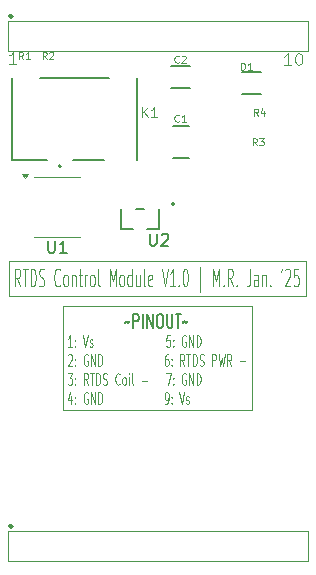
<source format=gbr>
%TF.GenerationSoftware,KiCad,Pcbnew,8.0.8*%
%TF.CreationDate,2025-02-03T20:56:19-05:00*%
%TF.ProjectId,RTDS Control Module,52544453-2043-46f6-9e74-726f6c204d6f,rev?*%
%TF.SameCoordinates,Original*%
%TF.FileFunction,Legend,Top*%
%TF.FilePolarity,Positive*%
%FSLAX46Y46*%
G04 Gerber Fmt 4.6, Leading zero omitted, Abs format (unit mm)*
G04 Created by KiCad (PCBNEW 8.0.8) date 2025-02-03 20:56:19*
%MOMM*%
%LPD*%
G01*
G04 APERTURE LIST*
%ADD10C,0.100000*%
%ADD11C,0.150000*%
%ADD12C,0.152400*%
%ADD13C,0.127000*%
%ADD14C,0.200000*%
%ADD15C,0.076200*%
%ADD16C,0.254000*%
%ADD17C,0.120000*%
G04 APERTURE END LIST*
D10*
X49650000Y-44500000D02*
X74750000Y-44500000D01*
X74750000Y-47400000D01*
X49650000Y-47400000D01*
X49650000Y-44500000D01*
X54150000Y-48300000D02*
X70150000Y-48300000D01*
X70150000Y-57100000D01*
X54150000Y-57100000D01*
X54150000Y-48300000D01*
X73485312Y-27872419D02*
X72913884Y-27872419D01*
X73199598Y-27872419D02*
X73199598Y-26872419D01*
X73199598Y-26872419D02*
X73104360Y-27015276D01*
X73104360Y-27015276D02*
X73009122Y-27110514D01*
X73009122Y-27110514D02*
X72913884Y-27158133D01*
X74104360Y-26872419D02*
X74199598Y-26872419D01*
X74199598Y-26872419D02*
X74294836Y-26920038D01*
X74294836Y-26920038D02*
X74342455Y-26967657D01*
X74342455Y-26967657D02*
X74390074Y-27062895D01*
X74390074Y-27062895D02*
X74437693Y-27253371D01*
X74437693Y-27253371D02*
X74437693Y-27491466D01*
X74437693Y-27491466D02*
X74390074Y-27681942D01*
X74390074Y-27681942D02*
X74342455Y-27777180D01*
X74342455Y-27777180D02*
X74294836Y-27824800D01*
X74294836Y-27824800D02*
X74199598Y-27872419D01*
X74199598Y-27872419D02*
X74104360Y-27872419D01*
X74104360Y-27872419D02*
X74009122Y-27824800D01*
X74009122Y-27824800D02*
X73961503Y-27777180D01*
X73961503Y-27777180D02*
X73913884Y-27681942D01*
X73913884Y-27681942D02*
X73866265Y-27491466D01*
X73866265Y-27491466D02*
X73866265Y-27253371D01*
X73866265Y-27253371D02*
X73913884Y-27062895D01*
X73913884Y-27062895D02*
X73961503Y-26967657D01*
X73961503Y-26967657D02*
X74009122Y-26920038D01*
X74009122Y-26920038D02*
X74104360Y-26872419D01*
X54954359Y-51742587D02*
X54611502Y-51742587D01*
X54782931Y-51742587D02*
X54782931Y-50742587D01*
X54782931Y-50742587D02*
X54725788Y-50885444D01*
X54725788Y-50885444D02*
X54668645Y-50980682D01*
X54668645Y-50980682D02*
X54611502Y-51028301D01*
X55211503Y-51647348D02*
X55240074Y-51694968D01*
X55240074Y-51694968D02*
X55211503Y-51742587D01*
X55211503Y-51742587D02*
X55182931Y-51694968D01*
X55182931Y-51694968D02*
X55211503Y-51647348D01*
X55211503Y-51647348D02*
X55211503Y-51742587D01*
X55211503Y-51123539D02*
X55240074Y-51171158D01*
X55240074Y-51171158D02*
X55211503Y-51218777D01*
X55211503Y-51218777D02*
X55182931Y-51171158D01*
X55182931Y-51171158D02*
X55211503Y-51123539D01*
X55211503Y-51123539D02*
X55211503Y-51218777D01*
X55868645Y-50742587D02*
X56068645Y-51742587D01*
X56068645Y-51742587D02*
X56268645Y-50742587D01*
X56440074Y-51694968D02*
X56497217Y-51742587D01*
X56497217Y-51742587D02*
X56611503Y-51742587D01*
X56611503Y-51742587D02*
X56668646Y-51694968D01*
X56668646Y-51694968D02*
X56697217Y-51599729D01*
X56697217Y-51599729D02*
X56697217Y-51552110D01*
X56697217Y-51552110D02*
X56668646Y-51456872D01*
X56668646Y-51456872D02*
X56611503Y-51409253D01*
X56611503Y-51409253D02*
X56525789Y-51409253D01*
X56525789Y-51409253D02*
X56468646Y-51361634D01*
X56468646Y-51361634D02*
X56440074Y-51266396D01*
X56440074Y-51266396D02*
X56440074Y-51218777D01*
X56440074Y-51218777D02*
X56468646Y-51123539D01*
X56468646Y-51123539D02*
X56525789Y-51075920D01*
X56525789Y-51075920D02*
X56611503Y-51075920D01*
X56611503Y-51075920D02*
X56668646Y-51123539D01*
X63240074Y-50742587D02*
X62954360Y-50742587D01*
X62954360Y-50742587D02*
X62925788Y-51218777D01*
X62925788Y-51218777D02*
X62954360Y-51171158D01*
X62954360Y-51171158D02*
X63011503Y-51123539D01*
X63011503Y-51123539D02*
X63154360Y-51123539D01*
X63154360Y-51123539D02*
X63211503Y-51171158D01*
X63211503Y-51171158D02*
X63240074Y-51218777D01*
X63240074Y-51218777D02*
X63268645Y-51314015D01*
X63268645Y-51314015D02*
X63268645Y-51552110D01*
X63268645Y-51552110D02*
X63240074Y-51647348D01*
X63240074Y-51647348D02*
X63211503Y-51694968D01*
X63211503Y-51694968D02*
X63154360Y-51742587D01*
X63154360Y-51742587D02*
X63011503Y-51742587D01*
X63011503Y-51742587D02*
X62954360Y-51694968D01*
X62954360Y-51694968D02*
X62925788Y-51647348D01*
X63525789Y-51647348D02*
X63554360Y-51694968D01*
X63554360Y-51694968D02*
X63525789Y-51742587D01*
X63525789Y-51742587D02*
X63497217Y-51694968D01*
X63497217Y-51694968D02*
X63525789Y-51647348D01*
X63525789Y-51647348D02*
X63525789Y-51742587D01*
X63525789Y-51123539D02*
X63554360Y-51171158D01*
X63554360Y-51171158D02*
X63525789Y-51218777D01*
X63525789Y-51218777D02*
X63497217Y-51171158D01*
X63497217Y-51171158D02*
X63525789Y-51123539D01*
X63525789Y-51123539D02*
X63525789Y-51218777D01*
X64582931Y-50790206D02*
X64525789Y-50742587D01*
X64525789Y-50742587D02*
X64440074Y-50742587D01*
X64440074Y-50742587D02*
X64354360Y-50790206D01*
X64354360Y-50790206D02*
X64297217Y-50885444D01*
X64297217Y-50885444D02*
X64268646Y-50980682D01*
X64268646Y-50980682D02*
X64240074Y-51171158D01*
X64240074Y-51171158D02*
X64240074Y-51314015D01*
X64240074Y-51314015D02*
X64268646Y-51504491D01*
X64268646Y-51504491D02*
X64297217Y-51599729D01*
X64297217Y-51599729D02*
X64354360Y-51694968D01*
X64354360Y-51694968D02*
X64440074Y-51742587D01*
X64440074Y-51742587D02*
X64497217Y-51742587D01*
X64497217Y-51742587D02*
X64582931Y-51694968D01*
X64582931Y-51694968D02*
X64611503Y-51647348D01*
X64611503Y-51647348D02*
X64611503Y-51314015D01*
X64611503Y-51314015D02*
X64497217Y-51314015D01*
X64868646Y-51742587D02*
X64868646Y-50742587D01*
X64868646Y-50742587D02*
X65211503Y-51742587D01*
X65211503Y-51742587D02*
X65211503Y-50742587D01*
X65497217Y-51742587D02*
X65497217Y-50742587D01*
X65497217Y-50742587D02*
X65640074Y-50742587D01*
X65640074Y-50742587D02*
X65725788Y-50790206D01*
X65725788Y-50790206D02*
X65782931Y-50885444D01*
X65782931Y-50885444D02*
X65811502Y-50980682D01*
X65811502Y-50980682D02*
X65840074Y-51171158D01*
X65840074Y-51171158D02*
X65840074Y-51314015D01*
X65840074Y-51314015D02*
X65811502Y-51504491D01*
X65811502Y-51504491D02*
X65782931Y-51599729D01*
X65782931Y-51599729D02*
X65725788Y-51694968D01*
X65725788Y-51694968D02*
X65640074Y-51742587D01*
X65640074Y-51742587D02*
X65497217Y-51742587D01*
X54611502Y-52447769D02*
X54640074Y-52400150D01*
X54640074Y-52400150D02*
X54697217Y-52352531D01*
X54697217Y-52352531D02*
X54840074Y-52352531D01*
X54840074Y-52352531D02*
X54897217Y-52400150D01*
X54897217Y-52400150D02*
X54925788Y-52447769D01*
X54925788Y-52447769D02*
X54954359Y-52543007D01*
X54954359Y-52543007D02*
X54954359Y-52638245D01*
X54954359Y-52638245D02*
X54925788Y-52781102D01*
X54925788Y-52781102D02*
X54582931Y-53352531D01*
X54582931Y-53352531D02*
X54954359Y-53352531D01*
X55211503Y-53257292D02*
X55240074Y-53304912D01*
X55240074Y-53304912D02*
X55211503Y-53352531D01*
X55211503Y-53352531D02*
X55182931Y-53304912D01*
X55182931Y-53304912D02*
X55211503Y-53257292D01*
X55211503Y-53257292D02*
X55211503Y-53352531D01*
X55211503Y-52733483D02*
X55240074Y-52781102D01*
X55240074Y-52781102D02*
X55211503Y-52828721D01*
X55211503Y-52828721D02*
X55182931Y-52781102D01*
X55182931Y-52781102D02*
X55211503Y-52733483D01*
X55211503Y-52733483D02*
X55211503Y-52828721D01*
X56268645Y-52400150D02*
X56211503Y-52352531D01*
X56211503Y-52352531D02*
X56125788Y-52352531D01*
X56125788Y-52352531D02*
X56040074Y-52400150D01*
X56040074Y-52400150D02*
X55982931Y-52495388D01*
X55982931Y-52495388D02*
X55954360Y-52590626D01*
X55954360Y-52590626D02*
X55925788Y-52781102D01*
X55925788Y-52781102D02*
X55925788Y-52923959D01*
X55925788Y-52923959D02*
X55954360Y-53114435D01*
X55954360Y-53114435D02*
X55982931Y-53209673D01*
X55982931Y-53209673D02*
X56040074Y-53304912D01*
X56040074Y-53304912D02*
X56125788Y-53352531D01*
X56125788Y-53352531D02*
X56182931Y-53352531D01*
X56182931Y-53352531D02*
X56268645Y-53304912D01*
X56268645Y-53304912D02*
X56297217Y-53257292D01*
X56297217Y-53257292D02*
X56297217Y-52923959D01*
X56297217Y-52923959D02*
X56182931Y-52923959D01*
X56554360Y-53352531D02*
X56554360Y-52352531D01*
X56554360Y-52352531D02*
X56897217Y-53352531D01*
X56897217Y-53352531D02*
X56897217Y-52352531D01*
X57182931Y-53352531D02*
X57182931Y-52352531D01*
X57182931Y-52352531D02*
X57325788Y-52352531D01*
X57325788Y-52352531D02*
X57411502Y-52400150D01*
X57411502Y-52400150D02*
X57468645Y-52495388D01*
X57468645Y-52495388D02*
X57497216Y-52590626D01*
X57497216Y-52590626D02*
X57525788Y-52781102D01*
X57525788Y-52781102D02*
X57525788Y-52923959D01*
X57525788Y-52923959D02*
X57497216Y-53114435D01*
X57497216Y-53114435D02*
X57468645Y-53209673D01*
X57468645Y-53209673D02*
X57411502Y-53304912D01*
X57411502Y-53304912D02*
X57325788Y-53352531D01*
X57325788Y-53352531D02*
X57182931Y-53352531D01*
X63068647Y-52352531D02*
X62954361Y-52352531D01*
X62954361Y-52352531D02*
X62897218Y-52400150D01*
X62897218Y-52400150D02*
X62868647Y-52447769D01*
X62868647Y-52447769D02*
X62811504Y-52590626D01*
X62811504Y-52590626D02*
X62782932Y-52781102D01*
X62782932Y-52781102D02*
X62782932Y-53162054D01*
X62782932Y-53162054D02*
X62811504Y-53257292D01*
X62811504Y-53257292D02*
X62840075Y-53304912D01*
X62840075Y-53304912D02*
X62897218Y-53352531D01*
X62897218Y-53352531D02*
X63011504Y-53352531D01*
X63011504Y-53352531D02*
X63068647Y-53304912D01*
X63068647Y-53304912D02*
X63097218Y-53257292D01*
X63097218Y-53257292D02*
X63125789Y-53162054D01*
X63125789Y-53162054D02*
X63125789Y-52923959D01*
X63125789Y-52923959D02*
X63097218Y-52828721D01*
X63097218Y-52828721D02*
X63068647Y-52781102D01*
X63068647Y-52781102D02*
X63011504Y-52733483D01*
X63011504Y-52733483D02*
X62897218Y-52733483D01*
X62897218Y-52733483D02*
X62840075Y-52781102D01*
X62840075Y-52781102D02*
X62811504Y-52828721D01*
X62811504Y-52828721D02*
X62782932Y-52923959D01*
X63382933Y-53257292D02*
X63411504Y-53304912D01*
X63411504Y-53304912D02*
X63382933Y-53352531D01*
X63382933Y-53352531D02*
X63354361Y-53304912D01*
X63354361Y-53304912D02*
X63382933Y-53257292D01*
X63382933Y-53257292D02*
X63382933Y-53352531D01*
X63382933Y-52733483D02*
X63411504Y-52781102D01*
X63411504Y-52781102D02*
X63382933Y-52828721D01*
X63382933Y-52828721D02*
X63354361Y-52781102D01*
X63354361Y-52781102D02*
X63382933Y-52733483D01*
X63382933Y-52733483D02*
X63382933Y-52828721D01*
X64468647Y-53352531D02*
X64268647Y-52876340D01*
X64125790Y-53352531D02*
X64125790Y-52352531D01*
X64125790Y-52352531D02*
X64354361Y-52352531D01*
X64354361Y-52352531D02*
X64411504Y-52400150D01*
X64411504Y-52400150D02*
X64440075Y-52447769D01*
X64440075Y-52447769D02*
X64468647Y-52543007D01*
X64468647Y-52543007D02*
X64468647Y-52685864D01*
X64468647Y-52685864D02*
X64440075Y-52781102D01*
X64440075Y-52781102D02*
X64411504Y-52828721D01*
X64411504Y-52828721D02*
X64354361Y-52876340D01*
X64354361Y-52876340D02*
X64125790Y-52876340D01*
X64640075Y-52352531D02*
X64982933Y-52352531D01*
X64811504Y-53352531D02*
X64811504Y-52352531D01*
X65182933Y-53352531D02*
X65182933Y-52352531D01*
X65182933Y-52352531D02*
X65325790Y-52352531D01*
X65325790Y-52352531D02*
X65411504Y-52400150D01*
X65411504Y-52400150D02*
X65468647Y-52495388D01*
X65468647Y-52495388D02*
X65497218Y-52590626D01*
X65497218Y-52590626D02*
X65525790Y-52781102D01*
X65525790Y-52781102D02*
X65525790Y-52923959D01*
X65525790Y-52923959D02*
X65497218Y-53114435D01*
X65497218Y-53114435D02*
X65468647Y-53209673D01*
X65468647Y-53209673D02*
X65411504Y-53304912D01*
X65411504Y-53304912D02*
X65325790Y-53352531D01*
X65325790Y-53352531D02*
X65182933Y-53352531D01*
X65754361Y-53304912D02*
X65840076Y-53352531D01*
X65840076Y-53352531D02*
X65982933Y-53352531D01*
X65982933Y-53352531D02*
X66040076Y-53304912D01*
X66040076Y-53304912D02*
X66068647Y-53257292D01*
X66068647Y-53257292D02*
X66097218Y-53162054D01*
X66097218Y-53162054D02*
X66097218Y-53066816D01*
X66097218Y-53066816D02*
X66068647Y-52971578D01*
X66068647Y-52971578D02*
X66040076Y-52923959D01*
X66040076Y-52923959D02*
X65982933Y-52876340D01*
X65982933Y-52876340D02*
X65868647Y-52828721D01*
X65868647Y-52828721D02*
X65811504Y-52781102D01*
X65811504Y-52781102D02*
X65782933Y-52733483D01*
X65782933Y-52733483D02*
X65754361Y-52638245D01*
X65754361Y-52638245D02*
X65754361Y-52543007D01*
X65754361Y-52543007D02*
X65782933Y-52447769D01*
X65782933Y-52447769D02*
X65811504Y-52400150D01*
X65811504Y-52400150D02*
X65868647Y-52352531D01*
X65868647Y-52352531D02*
X66011504Y-52352531D01*
X66011504Y-52352531D02*
X66097218Y-52400150D01*
X66811505Y-53352531D02*
X66811505Y-52352531D01*
X66811505Y-52352531D02*
X67040076Y-52352531D01*
X67040076Y-52352531D02*
X67097219Y-52400150D01*
X67097219Y-52400150D02*
X67125790Y-52447769D01*
X67125790Y-52447769D02*
X67154362Y-52543007D01*
X67154362Y-52543007D02*
X67154362Y-52685864D01*
X67154362Y-52685864D02*
X67125790Y-52781102D01*
X67125790Y-52781102D02*
X67097219Y-52828721D01*
X67097219Y-52828721D02*
X67040076Y-52876340D01*
X67040076Y-52876340D02*
X66811505Y-52876340D01*
X67354362Y-52352531D02*
X67497219Y-53352531D01*
X67497219Y-53352531D02*
X67611505Y-52638245D01*
X67611505Y-52638245D02*
X67725790Y-53352531D01*
X67725790Y-53352531D02*
X67868648Y-52352531D01*
X68440076Y-53352531D02*
X68240076Y-52876340D01*
X68097219Y-53352531D02*
X68097219Y-52352531D01*
X68097219Y-52352531D02*
X68325790Y-52352531D01*
X68325790Y-52352531D02*
X68382933Y-52400150D01*
X68382933Y-52400150D02*
X68411504Y-52447769D01*
X68411504Y-52447769D02*
X68440076Y-52543007D01*
X68440076Y-52543007D02*
X68440076Y-52685864D01*
X68440076Y-52685864D02*
X68411504Y-52781102D01*
X68411504Y-52781102D02*
X68382933Y-52828721D01*
X68382933Y-52828721D02*
X68325790Y-52876340D01*
X68325790Y-52876340D02*
X68097219Y-52876340D01*
X69154362Y-52971578D02*
X69611505Y-52971578D01*
X54582931Y-53962475D02*
X54954359Y-53962475D01*
X54954359Y-53962475D02*
X54754359Y-54343427D01*
X54754359Y-54343427D02*
X54840074Y-54343427D01*
X54840074Y-54343427D02*
X54897217Y-54391046D01*
X54897217Y-54391046D02*
X54925788Y-54438665D01*
X54925788Y-54438665D02*
X54954359Y-54533903D01*
X54954359Y-54533903D02*
X54954359Y-54771998D01*
X54954359Y-54771998D02*
X54925788Y-54867236D01*
X54925788Y-54867236D02*
X54897217Y-54914856D01*
X54897217Y-54914856D02*
X54840074Y-54962475D01*
X54840074Y-54962475D02*
X54668645Y-54962475D01*
X54668645Y-54962475D02*
X54611502Y-54914856D01*
X54611502Y-54914856D02*
X54582931Y-54867236D01*
X55211503Y-54867236D02*
X55240074Y-54914856D01*
X55240074Y-54914856D02*
X55211503Y-54962475D01*
X55211503Y-54962475D02*
X55182931Y-54914856D01*
X55182931Y-54914856D02*
X55211503Y-54867236D01*
X55211503Y-54867236D02*
X55211503Y-54962475D01*
X55211503Y-54343427D02*
X55240074Y-54391046D01*
X55240074Y-54391046D02*
X55211503Y-54438665D01*
X55211503Y-54438665D02*
X55182931Y-54391046D01*
X55182931Y-54391046D02*
X55211503Y-54343427D01*
X55211503Y-54343427D02*
X55211503Y-54438665D01*
X56297217Y-54962475D02*
X56097217Y-54486284D01*
X55954360Y-54962475D02*
X55954360Y-53962475D01*
X55954360Y-53962475D02*
X56182931Y-53962475D01*
X56182931Y-53962475D02*
X56240074Y-54010094D01*
X56240074Y-54010094D02*
X56268645Y-54057713D01*
X56268645Y-54057713D02*
X56297217Y-54152951D01*
X56297217Y-54152951D02*
X56297217Y-54295808D01*
X56297217Y-54295808D02*
X56268645Y-54391046D01*
X56268645Y-54391046D02*
X56240074Y-54438665D01*
X56240074Y-54438665D02*
X56182931Y-54486284D01*
X56182931Y-54486284D02*
X55954360Y-54486284D01*
X56468645Y-53962475D02*
X56811503Y-53962475D01*
X56640074Y-54962475D02*
X56640074Y-53962475D01*
X57011503Y-54962475D02*
X57011503Y-53962475D01*
X57011503Y-53962475D02*
X57154360Y-53962475D01*
X57154360Y-53962475D02*
X57240074Y-54010094D01*
X57240074Y-54010094D02*
X57297217Y-54105332D01*
X57297217Y-54105332D02*
X57325788Y-54200570D01*
X57325788Y-54200570D02*
X57354360Y-54391046D01*
X57354360Y-54391046D02*
X57354360Y-54533903D01*
X57354360Y-54533903D02*
X57325788Y-54724379D01*
X57325788Y-54724379D02*
X57297217Y-54819617D01*
X57297217Y-54819617D02*
X57240074Y-54914856D01*
X57240074Y-54914856D02*
X57154360Y-54962475D01*
X57154360Y-54962475D02*
X57011503Y-54962475D01*
X57582931Y-54914856D02*
X57668646Y-54962475D01*
X57668646Y-54962475D02*
X57811503Y-54962475D01*
X57811503Y-54962475D02*
X57868646Y-54914856D01*
X57868646Y-54914856D02*
X57897217Y-54867236D01*
X57897217Y-54867236D02*
X57925788Y-54771998D01*
X57925788Y-54771998D02*
X57925788Y-54676760D01*
X57925788Y-54676760D02*
X57897217Y-54581522D01*
X57897217Y-54581522D02*
X57868646Y-54533903D01*
X57868646Y-54533903D02*
X57811503Y-54486284D01*
X57811503Y-54486284D02*
X57697217Y-54438665D01*
X57697217Y-54438665D02*
X57640074Y-54391046D01*
X57640074Y-54391046D02*
X57611503Y-54343427D01*
X57611503Y-54343427D02*
X57582931Y-54248189D01*
X57582931Y-54248189D02*
X57582931Y-54152951D01*
X57582931Y-54152951D02*
X57611503Y-54057713D01*
X57611503Y-54057713D02*
X57640074Y-54010094D01*
X57640074Y-54010094D02*
X57697217Y-53962475D01*
X57697217Y-53962475D02*
X57840074Y-53962475D01*
X57840074Y-53962475D02*
X57925788Y-54010094D01*
X58982932Y-54867236D02*
X58954360Y-54914856D01*
X58954360Y-54914856D02*
X58868646Y-54962475D01*
X58868646Y-54962475D02*
X58811503Y-54962475D01*
X58811503Y-54962475D02*
X58725789Y-54914856D01*
X58725789Y-54914856D02*
X58668646Y-54819617D01*
X58668646Y-54819617D02*
X58640075Y-54724379D01*
X58640075Y-54724379D02*
X58611503Y-54533903D01*
X58611503Y-54533903D02*
X58611503Y-54391046D01*
X58611503Y-54391046D02*
X58640075Y-54200570D01*
X58640075Y-54200570D02*
X58668646Y-54105332D01*
X58668646Y-54105332D02*
X58725789Y-54010094D01*
X58725789Y-54010094D02*
X58811503Y-53962475D01*
X58811503Y-53962475D02*
X58868646Y-53962475D01*
X58868646Y-53962475D02*
X58954360Y-54010094D01*
X58954360Y-54010094D02*
X58982932Y-54057713D01*
X59325789Y-54962475D02*
X59268646Y-54914856D01*
X59268646Y-54914856D02*
X59240075Y-54867236D01*
X59240075Y-54867236D02*
X59211503Y-54771998D01*
X59211503Y-54771998D02*
X59211503Y-54486284D01*
X59211503Y-54486284D02*
X59240075Y-54391046D01*
X59240075Y-54391046D02*
X59268646Y-54343427D01*
X59268646Y-54343427D02*
X59325789Y-54295808D01*
X59325789Y-54295808D02*
X59411503Y-54295808D01*
X59411503Y-54295808D02*
X59468646Y-54343427D01*
X59468646Y-54343427D02*
X59497218Y-54391046D01*
X59497218Y-54391046D02*
X59525789Y-54486284D01*
X59525789Y-54486284D02*
X59525789Y-54771998D01*
X59525789Y-54771998D02*
X59497218Y-54867236D01*
X59497218Y-54867236D02*
X59468646Y-54914856D01*
X59468646Y-54914856D02*
X59411503Y-54962475D01*
X59411503Y-54962475D02*
X59325789Y-54962475D01*
X59782932Y-54962475D02*
X59782932Y-54295808D01*
X59782932Y-53962475D02*
X59754360Y-54010094D01*
X59754360Y-54010094D02*
X59782932Y-54057713D01*
X59782932Y-54057713D02*
X59811503Y-54010094D01*
X59811503Y-54010094D02*
X59782932Y-53962475D01*
X59782932Y-53962475D02*
X59782932Y-54057713D01*
X60154360Y-54962475D02*
X60097217Y-54914856D01*
X60097217Y-54914856D02*
X60068646Y-54819617D01*
X60068646Y-54819617D02*
X60068646Y-53962475D01*
X60840075Y-54581522D02*
X61297218Y-54581522D01*
X62897218Y-53962475D02*
X63297218Y-53962475D01*
X63297218Y-53962475D02*
X63040075Y-54962475D01*
X63525790Y-54867236D02*
X63554361Y-54914856D01*
X63554361Y-54914856D02*
X63525790Y-54962475D01*
X63525790Y-54962475D02*
X63497218Y-54914856D01*
X63497218Y-54914856D02*
X63525790Y-54867236D01*
X63525790Y-54867236D02*
X63525790Y-54962475D01*
X63525790Y-54343427D02*
X63554361Y-54391046D01*
X63554361Y-54391046D02*
X63525790Y-54438665D01*
X63525790Y-54438665D02*
X63497218Y-54391046D01*
X63497218Y-54391046D02*
X63525790Y-54343427D01*
X63525790Y-54343427D02*
X63525790Y-54438665D01*
X64582932Y-54010094D02*
X64525790Y-53962475D01*
X64525790Y-53962475D02*
X64440075Y-53962475D01*
X64440075Y-53962475D02*
X64354361Y-54010094D01*
X64354361Y-54010094D02*
X64297218Y-54105332D01*
X64297218Y-54105332D02*
X64268647Y-54200570D01*
X64268647Y-54200570D02*
X64240075Y-54391046D01*
X64240075Y-54391046D02*
X64240075Y-54533903D01*
X64240075Y-54533903D02*
X64268647Y-54724379D01*
X64268647Y-54724379D02*
X64297218Y-54819617D01*
X64297218Y-54819617D02*
X64354361Y-54914856D01*
X64354361Y-54914856D02*
X64440075Y-54962475D01*
X64440075Y-54962475D02*
X64497218Y-54962475D01*
X64497218Y-54962475D02*
X64582932Y-54914856D01*
X64582932Y-54914856D02*
X64611504Y-54867236D01*
X64611504Y-54867236D02*
X64611504Y-54533903D01*
X64611504Y-54533903D02*
X64497218Y-54533903D01*
X64868647Y-54962475D02*
X64868647Y-53962475D01*
X64868647Y-53962475D02*
X65211504Y-54962475D01*
X65211504Y-54962475D02*
X65211504Y-53962475D01*
X65497218Y-54962475D02*
X65497218Y-53962475D01*
X65497218Y-53962475D02*
X65640075Y-53962475D01*
X65640075Y-53962475D02*
X65725789Y-54010094D01*
X65725789Y-54010094D02*
X65782932Y-54105332D01*
X65782932Y-54105332D02*
X65811503Y-54200570D01*
X65811503Y-54200570D02*
X65840075Y-54391046D01*
X65840075Y-54391046D02*
X65840075Y-54533903D01*
X65840075Y-54533903D02*
X65811503Y-54724379D01*
X65811503Y-54724379D02*
X65782932Y-54819617D01*
X65782932Y-54819617D02*
X65725789Y-54914856D01*
X65725789Y-54914856D02*
X65640075Y-54962475D01*
X65640075Y-54962475D02*
X65497218Y-54962475D01*
X54897217Y-55905752D02*
X54897217Y-56572419D01*
X54754359Y-55524800D02*
X54611502Y-56239085D01*
X54611502Y-56239085D02*
X54982931Y-56239085D01*
X55211503Y-56477180D02*
X55240074Y-56524800D01*
X55240074Y-56524800D02*
X55211503Y-56572419D01*
X55211503Y-56572419D02*
X55182931Y-56524800D01*
X55182931Y-56524800D02*
X55211503Y-56477180D01*
X55211503Y-56477180D02*
X55211503Y-56572419D01*
X55211503Y-55953371D02*
X55240074Y-56000990D01*
X55240074Y-56000990D02*
X55211503Y-56048609D01*
X55211503Y-56048609D02*
X55182931Y-56000990D01*
X55182931Y-56000990D02*
X55211503Y-55953371D01*
X55211503Y-55953371D02*
X55211503Y-56048609D01*
X56268645Y-55620038D02*
X56211503Y-55572419D01*
X56211503Y-55572419D02*
X56125788Y-55572419D01*
X56125788Y-55572419D02*
X56040074Y-55620038D01*
X56040074Y-55620038D02*
X55982931Y-55715276D01*
X55982931Y-55715276D02*
X55954360Y-55810514D01*
X55954360Y-55810514D02*
X55925788Y-56000990D01*
X55925788Y-56000990D02*
X55925788Y-56143847D01*
X55925788Y-56143847D02*
X55954360Y-56334323D01*
X55954360Y-56334323D02*
X55982931Y-56429561D01*
X55982931Y-56429561D02*
X56040074Y-56524800D01*
X56040074Y-56524800D02*
X56125788Y-56572419D01*
X56125788Y-56572419D02*
X56182931Y-56572419D01*
X56182931Y-56572419D02*
X56268645Y-56524800D01*
X56268645Y-56524800D02*
X56297217Y-56477180D01*
X56297217Y-56477180D02*
X56297217Y-56143847D01*
X56297217Y-56143847D02*
X56182931Y-56143847D01*
X56554360Y-56572419D02*
X56554360Y-55572419D01*
X56554360Y-55572419D02*
X56897217Y-56572419D01*
X56897217Y-56572419D02*
X56897217Y-55572419D01*
X57182931Y-56572419D02*
X57182931Y-55572419D01*
X57182931Y-55572419D02*
X57325788Y-55572419D01*
X57325788Y-55572419D02*
X57411502Y-55620038D01*
X57411502Y-55620038D02*
X57468645Y-55715276D01*
X57468645Y-55715276D02*
X57497216Y-55810514D01*
X57497216Y-55810514D02*
X57525788Y-56000990D01*
X57525788Y-56000990D02*
X57525788Y-56143847D01*
X57525788Y-56143847D02*
X57497216Y-56334323D01*
X57497216Y-56334323D02*
X57468645Y-56429561D01*
X57468645Y-56429561D02*
X57411502Y-56524800D01*
X57411502Y-56524800D02*
X57325788Y-56572419D01*
X57325788Y-56572419D02*
X57182931Y-56572419D01*
X62840075Y-56572419D02*
X62954361Y-56572419D01*
X62954361Y-56572419D02*
X63011504Y-56524800D01*
X63011504Y-56524800D02*
X63040075Y-56477180D01*
X63040075Y-56477180D02*
X63097218Y-56334323D01*
X63097218Y-56334323D02*
X63125789Y-56143847D01*
X63125789Y-56143847D02*
X63125789Y-55762895D01*
X63125789Y-55762895D02*
X63097218Y-55667657D01*
X63097218Y-55667657D02*
X63068647Y-55620038D01*
X63068647Y-55620038D02*
X63011504Y-55572419D01*
X63011504Y-55572419D02*
X62897218Y-55572419D01*
X62897218Y-55572419D02*
X62840075Y-55620038D01*
X62840075Y-55620038D02*
X62811504Y-55667657D01*
X62811504Y-55667657D02*
X62782932Y-55762895D01*
X62782932Y-55762895D02*
X62782932Y-56000990D01*
X62782932Y-56000990D02*
X62811504Y-56096228D01*
X62811504Y-56096228D02*
X62840075Y-56143847D01*
X62840075Y-56143847D02*
X62897218Y-56191466D01*
X62897218Y-56191466D02*
X63011504Y-56191466D01*
X63011504Y-56191466D02*
X63068647Y-56143847D01*
X63068647Y-56143847D02*
X63097218Y-56096228D01*
X63097218Y-56096228D02*
X63125789Y-56000990D01*
X63382933Y-56477180D02*
X63411504Y-56524800D01*
X63411504Y-56524800D02*
X63382933Y-56572419D01*
X63382933Y-56572419D02*
X63354361Y-56524800D01*
X63354361Y-56524800D02*
X63382933Y-56477180D01*
X63382933Y-56477180D02*
X63382933Y-56572419D01*
X63382933Y-55953371D02*
X63411504Y-56000990D01*
X63411504Y-56000990D02*
X63382933Y-56048609D01*
X63382933Y-56048609D02*
X63354361Y-56000990D01*
X63354361Y-56000990D02*
X63382933Y-55953371D01*
X63382933Y-55953371D02*
X63382933Y-56048609D01*
X64040075Y-55572419D02*
X64240075Y-56572419D01*
X64240075Y-56572419D02*
X64440075Y-55572419D01*
X64611504Y-56524800D02*
X64668647Y-56572419D01*
X64668647Y-56572419D02*
X64782933Y-56572419D01*
X64782933Y-56572419D02*
X64840076Y-56524800D01*
X64840076Y-56524800D02*
X64868647Y-56429561D01*
X64868647Y-56429561D02*
X64868647Y-56381942D01*
X64868647Y-56381942D02*
X64840076Y-56286704D01*
X64840076Y-56286704D02*
X64782933Y-56239085D01*
X64782933Y-56239085D02*
X64697219Y-56239085D01*
X64697219Y-56239085D02*
X64640076Y-56191466D01*
X64640076Y-56191466D02*
X64611504Y-56096228D01*
X64611504Y-56096228D02*
X64611504Y-56048609D01*
X64611504Y-56048609D02*
X64640076Y-55953371D01*
X64640076Y-55953371D02*
X64697219Y-55905752D01*
X64697219Y-55905752D02*
X64782933Y-55905752D01*
X64782933Y-55905752D02*
X64840076Y-55953371D01*
D11*
X59456065Y-49688200D02*
X59494160Y-49631057D01*
X59494160Y-49631057D02*
X59570351Y-49573914D01*
X59570351Y-49573914D02*
X59722732Y-49688200D01*
X59722732Y-49688200D02*
X59798922Y-49631057D01*
X59798922Y-49631057D02*
X59837017Y-49573914D01*
X60141780Y-50145342D02*
X60141780Y-48945342D01*
X60141780Y-48945342D02*
X60446542Y-48945342D01*
X60446542Y-48945342D02*
X60522732Y-49002485D01*
X60522732Y-49002485D02*
X60560827Y-49059628D01*
X60560827Y-49059628D02*
X60598923Y-49173914D01*
X60598923Y-49173914D02*
X60598923Y-49345342D01*
X60598923Y-49345342D02*
X60560827Y-49459628D01*
X60560827Y-49459628D02*
X60522732Y-49516771D01*
X60522732Y-49516771D02*
X60446542Y-49573914D01*
X60446542Y-49573914D02*
X60141780Y-49573914D01*
X60941780Y-50145342D02*
X60941780Y-48945342D01*
X61322732Y-50145342D02*
X61322732Y-48945342D01*
X61322732Y-48945342D02*
X61779875Y-50145342D01*
X61779875Y-50145342D02*
X61779875Y-48945342D01*
X62313208Y-48945342D02*
X62465589Y-48945342D01*
X62465589Y-48945342D02*
X62541779Y-49002485D01*
X62541779Y-49002485D02*
X62617970Y-49116771D01*
X62617970Y-49116771D02*
X62656065Y-49345342D01*
X62656065Y-49345342D02*
X62656065Y-49745342D01*
X62656065Y-49745342D02*
X62617970Y-49973914D01*
X62617970Y-49973914D02*
X62541779Y-50088200D01*
X62541779Y-50088200D02*
X62465589Y-50145342D01*
X62465589Y-50145342D02*
X62313208Y-50145342D01*
X62313208Y-50145342D02*
X62237017Y-50088200D01*
X62237017Y-50088200D02*
X62160827Y-49973914D01*
X62160827Y-49973914D02*
X62122731Y-49745342D01*
X62122731Y-49745342D02*
X62122731Y-49345342D01*
X62122731Y-49345342D02*
X62160827Y-49116771D01*
X62160827Y-49116771D02*
X62237017Y-49002485D01*
X62237017Y-49002485D02*
X62313208Y-48945342D01*
X62998922Y-48945342D02*
X62998922Y-49916771D01*
X62998922Y-49916771D02*
X63037017Y-50031057D01*
X63037017Y-50031057D02*
X63075112Y-50088200D01*
X63075112Y-50088200D02*
X63151303Y-50145342D01*
X63151303Y-50145342D02*
X63303684Y-50145342D01*
X63303684Y-50145342D02*
X63379874Y-50088200D01*
X63379874Y-50088200D02*
X63417969Y-50031057D01*
X63417969Y-50031057D02*
X63456065Y-49916771D01*
X63456065Y-49916771D02*
X63456065Y-48945342D01*
X63722731Y-48945342D02*
X64179874Y-48945342D01*
X63951302Y-50145342D02*
X63951302Y-48945342D01*
X64332255Y-49688200D02*
X64370350Y-49631057D01*
X64370350Y-49631057D02*
X64446541Y-49573914D01*
X64446541Y-49573914D02*
X64598922Y-49688200D01*
X64598922Y-49688200D02*
X64675112Y-49631057D01*
X64675112Y-49631057D02*
X64713207Y-49573914D01*
D10*
X50227693Y-27772419D02*
X49656265Y-27772419D01*
X49941979Y-27772419D02*
X49941979Y-26772419D01*
X49941979Y-26772419D02*
X49846741Y-26915276D01*
X49846741Y-26915276D02*
X49751503Y-27010514D01*
X49751503Y-27010514D02*
X49656265Y-27058133D01*
X50572931Y-46611228D02*
X50322931Y-45896942D01*
X50144360Y-46611228D02*
X50144360Y-45111228D01*
X50144360Y-45111228D02*
X50430074Y-45111228D01*
X50430074Y-45111228D02*
X50501503Y-45182657D01*
X50501503Y-45182657D02*
X50537217Y-45254085D01*
X50537217Y-45254085D02*
X50572931Y-45396942D01*
X50572931Y-45396942D02*
X50572931Y-45611228D01*
X50572931Y-45611228D02*
X50537217Y-45754085D01*
X50537217Y-45754085D02*
X50501503Y-45825514D01*
X50501503Y-45825514D02*
X50430074Y-45896942D01*
X50430074Y-45896942D02*
X50144360Y-45896942D01*
X50787217Y-45111228D02*
X51215789Y-45111228D01*
X51001503Y-46611228D02*
X51001503Y-45111228D01*
X51465789Y-46611228D02*
X51465789Y-45111228D01*
X51465789Y-45111228D02*
X51644360Y-45111228D01*
X51644360Y-45111228D02*
X51751503Y-45182657D01*
X51751503Y-45182657D02*
X51822932Y-45325514D01*
X51822932Y-45325514D02*
X51858646Y-45468371D01*
X51858646Y-45468371D02*
X51894360Y-45754085D01*
X51894360Y-45754085D02*
X51894360Y-45968371D01*
X51894360Y-45968371D02*
X51858646Y-46254085D01*
X51858646Y-46254085D02*
X51822932Y-46396942D01*
X51822932Y-46396942D02*
X51751503Y-46539800D01*
X51751503Y-46539800D02*
X51644360Y-46611228D01*
X51644360Y-46611228D02*
X51465789Y-46611228D01*
X52180075Y-46539800D02*
X52287218Y-46611228D01*
X52287218Y-46611228D02*
X52465789Y-46611228D01*
X52465789Y-46611228D02*
X52537218Y-46539800D01*
X52537218Y-46539800D02*
X52572932Y-46468371D01*
X52572932Y-46468371D02*
X52608646Y-46325514D01*
X52608646Y-46325514D02*
X52608646Y-46182657D01*
X52608646Y-46182657D02*
X52572932Y-46039800D01*
X52572932Y-46039800D02*
X52537218Y-45968371D01*
X52537218Y-45968371D02*
X52465789Y-45896942D01*
X52465789Y-45896942D02*
X52322932Y-45825514D01*
X52322932Y-45825514D02*
X52251503Y-45754085D01*
X52251503Y-45754085D02*
X52215789Y-45682657D01*
X52215789Y-45682657D02*
X52180075Y-45539800D01*
X52180075Y-45539800D02*
X52180075Y-45396942D01*
X52180075Y-45396942D02*
X52215789Y-45254085D01*
X52215789Y-45254085D02*
X52251503Y-45182657D01*
X52251503Y-45182657D02*
X52322932Y-45111228D01*
X52322932Y-45111228D02*
X52501503Y-45111228D01*
X52501503Y-45111228D02*
X52608646Y-45182657D01*
X53930075Y-46468371D02*
X53894361Y-46539800D01*
X53894361Y-46539800D02*
X53787218Y-46611228D01*
X53787218Y-46611228D02*
X53715790Y-46611228D01*
X53715790Y-46611228D02*
X53608647Y-46539800D01*
X53608647Y-46539800D02*
X53537218Y-46396942D01*
X53537218Y-46396942D02*
X53501504Y-46254085D01*
X53501504Y-46254085D02*
X53465790Y-45968371D01*
X53465790Y-45968371D02*
X53465790Y-45754085D01*
X53465790Y-45754085D02*
X53501504Y-45468371D01*
X53501504Y-45468371D02*
X53537218Y-45325514D01*
X53537218Y-45325514D02*
X53608647Y-45182657D01*
X53608647Y-45182657D02*
X53715790Y-45111228D01*
X53715790Y-45111228D02*
X53787218Y-45111228D01*
X53787218Y-45111228D02*
X53894361Y-45182657D01*
X53894361Y-45182657D02*
X53930075Y-45254085D01*
X54358647Y-46611228D02*
X54287218Y-46539800D01*
X54287218Y-46539800D02*
X54251504Y-46468371D01*
X54251504Y-46468371D02*
X54215790Y-46325514D01*
X54215790Y-46325514D02*
X54215790Y-45896942D01*
X54215790Y-45896942D02*
X54251504Y-45754085D01*
X54251504Y-45754085D02*
X54287218Y-45682657D01*
X54287218Y-45682657D02*
X54358647Y-45611228D01*
X54358647Y-45611228D02*
X54465790Y-45611228D01*
X54465790Y-45611228D02*
X54537218Y-45682657D01*
X54537218Y-45682657D02*
X54572933Y-45754085D01*
X54572933Y-45754085D02*
X54608647Y-45896942D01*
X54608647Y-45896942D02*
X54608647Y-46325514D01*
X54608647Y-46325514D02*
X54572933Y-46468371D01*
X54572933Y-46468371D02*
X54537218Y-46539800D01*
X54537218Y-46539800D02*
X54465790Y-46611228D01*
X54465790Y-46611228D02*
X54358647Y-46611228D01*
X54930075Y-45611228D02*
X54930075Y-46611228D01*
X54930075Y-45754085D02*
X54965789Y-45682657D01*
X54965789Y-45682657D02*
X55037218Y-45611228D01*
X55037218Y-45611228D02*
X55144361Y-45611228D01*
X55144361Y-45611228D02*
X55215789Y-45682657D01*
X55215789Y-45682657D02*
X55251504Y-45825514D01*
X55251504Y-45825514D02*
X55251504Y-46611228D01*
X55501503Y-45611228D02*
X55787217Y-45611228D01*
X55608646Y-45111228D02*
X55608646Y-46396942D01*
X55608646Y-46396942D02*
X55644360Y-46539800D01*
X55644360Y-46539800D02*
X55715789Y-46611228D01*
X55715789Y-46611228D02*
X55787217Y-46611228D01*
X56037217Y-46611228D02*
X56037217Y-45611228D01*
X56037217Y-45896942D02*
X56072931Y-45754085D01*
X56072931Y-45754085D02*
X56108646Y-45682657D01*
X56108646Y-45682657D02*
X56180074Y-45611228D01*
X56180074Y-45611228D02*
X56251503Y-45611228D01*
X56608646Y-46611228D02*
X56537217Y-46539800D01*
X56537217Y-46539800D02*
X56501503Y-46468371D01*
X56501503Y-46468371D02*
X56465789Y-46325514D01*
X56465789Y-46325514D02*
X56465789Y-45896942D01*
X56465789Y-45896942D02*
X56501503Y-45754085D01*
X56501503Y-45754085D02*
X56537217Y-45682657D01*
X56537217Y-45682657D02*
X56608646Y-45611228D01*
X56608646Y-45611228D02*
X56715789Y-45611228D01*
X56715789Y-45611228D02*
X56787217Y-45682657D01*
X56787217Y-45682657D02*
X56822932Y-45754085D01*
X56822932Y-45754085D02*
X56858646Y-45896942D01*
X56858646Y-45896942D02*
X56858646Y-46325514D01*
X56858646Y-46325514D02*
X56822932Y-46468371D01*
X56822932Y-46468371D02*
X56787217Y-46539800D01*
X56787217Y-46539800D02*
X56715789Y-46611228D01*
X56715789Y-46611228D02*
X56608646Y-46611228D01*
X57287217Y-46611228D02*
X57215788Y-46539800D01*
X57215788Y-46539800D02*
X57180074Y-46396942D01*
X57180074Y-46396942D02*
X57180074Y-45111228D01*
X58144360Y-46611228D02*
X58144360Y-45111228D01*
X58144360Y-45111228D02*
X58394360Y-46182657D01*
X58394360Y-46182657D02*
X58644360Y-45111228D01*
X58644360Y-45111228D02*
X58644360Y-46611228D01*
X59108646Y-46611228D02*
X59037217Y-46539800D01*
X59037217Y-46539800D02*
X59001503Y-46468371D01*
X59001503Y-46468371D02*
X58965789Y-46325514D01*
X58965789Y-46325514D02*
X58965789Y-45896942D01*
X58965789Y-45896942D02*
X59001503Y-45754085D01*
X59001503Y-45754085D02*
X59037217Y-45682657D01*
X59037217Y-45682657D02*
X59108646Y-45611228D01*
X59108646Y-45611228D02*
X59215789Y-45611228D01*
X59215789Y-45611228D02*
X59287217Y-45682657D01*
X59287217Y-45682657D02*
X59322932Y-45754085D01*
X59322932Y-45754085D02*
X59358646Y-45896942D01*
X59358646Y-45896942D02*
X59358646Y-46325514D01*
X59358646Y-46325514D02*
X59322932Y-46468371D01*
X59322932Y-46468371D02*
X59287217Y-46539800D01*
X59287217Y-46539800D02*
X59215789Y-46611228D01*
X59215789Y-46611228D02*
X59108646Y-46611228D01*
X60001503Y-46611228D02*
X60001503Y-45111228D01*
X60001503Y-46539800D02*
X59930074Y-46611228D01*
X59930074Y-46611228D02*
X59787217Y-46611228D01*
X59787217Y-46611228D02*
X59715788Y-46539800D01*
X59715788Y-46539800D02*
X59680074Y-46468371D01*
X59680074Y-46468371D02*
X59644360Y-46325514D01*
X59644360Y-46325514D02*
X59644360Y-45896942D01*
X59644360Y-45896942D02*
X59680074Y-45754085D01*
X59680074Y-45754085D02*
X59715788Y-45682657D01*
X59715788Y-45682657D02*
X59787217Y-45611228D01*
X59787217Y-45611228D02*
X59930074Y-45611228D01*
X59930074Y-45611228D02*
X60001503Y-45682657D01*
X60680074Y-45611228D02*
X60680074Y-46611228D01*
X60358645Y-45611228D02*
X60358645Y-46396942D01*
X60358645Y-46396942D02*
X60394359Y-46539800D01*
X60394359Y-46539800D02*
X60465788Y-46611228D01*
X60465788Y-46611228D02*
X60572931Y-46611228D01*
X60572931Y-46611228D02*
X60644359Y-46539800D01*
X60644359Y-46539800D02*
X60680074Y-46468371D01*
X61144359Y-46611228D02*
X61072930Y-46539800D01*
X61072930Y-46539800D02*
X61037216Y-46396942D01*
X61037216Y-46396942D02*
X61037216Y-45111228D01*
X61715787Y-46539800D02*
X61644359Y-46611228D01*
X61644359Y-46611228D02*
X61501502Y-46611228D01*
X61501502Y-46611228D02*
X61430073Y-46539800D01*
X61430073Y-46539800D02*
X61394359Y-46396942D01*
X61394359Y-46396942D02*
X61394359Y-45825514D01*
X61394359Y-45825514D02*
X61430073Y-45682657D01*
X61430073Y-45682657D02*
X61501502Y-45611228D01*
X61501502Y-45611228D02*
X61644359Y-45611228D01*
X61644359Y-45611228D02*
X61715787Y-45682657D01*
X61715787Y-45682657D02*
X61751502Y-45825514D01*
X61751502Y-45825514D02*
X61751502Y-45968371D01*
X61751502Y-45968371D02*
X61394359Y-46111228D01*
X62537216Y-45111228D02*
X62787216Y-46611228D01*
X62787216Y-46611228D02*
X63037216Y-45111228D01*
X63680073Y-46611228D02*
X63251502Y-46611228D01*
X63465787Y-46611228D02*
X63465787Y-45111228D01*
X63465787Y-45111228D02*
X63394359Y-45325514D01*
X63394359Y-45325514D02*
X63322930Y-45468371D01*
X63322930Y-45468371D02*
X63251502Y-45539800D01*
X64001502Y-46468371D02*
X64037216Y-46539800D01*
X64037216Y-46539800D02*
X64001502Y-46611228D01*
X64001502Y-46611228D02*
X63965788Y-46539800D01*
X63965788Y-46539800D02*
X64001502Y-46468371D01*
X64001502Y-46468371D02*
X64001502Y-46611228D01*
X64501502Y-45111228D02*
X64572931Y-45111228D01*
X64572931Y-45111228D02*
X64644359Y-45182657D01*
X64644359Y-45182657D02*
X64680074Y-45254085D01*
X64680074Y-45254085D02*
X64715788Y-45396942D01*
X64715788Y-45396942D02*
X64751502Y-45682657D01*
X64751502Y-45682657D02*
X64751502Y-46039800D01*
X64751502Y-46039800D02*
X64715788Y-46325514D01*
X64715788Y-46325514D02*
X64680074Y-46468371D01*
X64680074Y-46468371D02*
X64644359Y-46539800D01*
X64644359Y-46539800D02*
X64572931Y-46611228D01*
X64572931Y-46611228D02*
X64501502Y-46611228D01*
X64501502Y-46611228D02*
X64430074Y-46539800D01*
X64430074Y-46539800D02*
X64394359Y-46468371D01*
X64394359Y-46468371D02*
X64358645Y-46325514D01*
X64358645Y-46325514D02*
X64322931Y-46039800D01*
X64322931Y-46039800D02*
X64322931Y-45682657D01*
X64322931Y-45682657D02*
X64358645Y-45396942D01*
X64358645Y-45396942D02*
X64394359Y-45254085D01*
X64394359Y-45254085D02*
X64430074Y-45182657D01*
X64430074Y-45182657D02*
X64501502Y-45111228D01*
X65822931Y-47111228D02*
X65822931Y-44968371D01*
X66930075Y-46611228D02*
X66930075Y-45111228D01*
X66930075Y-45111228D02*
X67180075Y-46182657D01*
X67180075Y-46182657D02*
X67430075Y-45111228D01*
X67430075Y-45111228D02*
X67430075Y-46611228D01*
X67787218Y-46468371D02*
X67822932Y-46539800D01*
X67822932Y-46539800D02*
X67787218Y-46611228D01*
X67787218Y-46611228D02*
X67751504Y-46539800D01*
X67751504Y-46539800D02*
X67787218Y-46468371D01*
X67787218Y-46468371D02*
X67787218Y-46611228D01*
X68572932Y-46611228D02*
X68322932Y-45896942D01*
X68144361Y-46611228D02*
X68144361Y-45111228D01*
X68144361Y-45111228D02*
X68430075Y-45111228D01*
X68430075Y-45111228D02*
X68501504Y-45182657D01*
X68501504Y-45182657D02*
X68537218Y-45254085D01*
X68537218Y-45254085D02*
X68572932Y-45396942D01*
X68572932Y-45396942D02*
X68572932Y-45611228D01*
X68572932Y-45611228D02*
X68537218Y-45754085D01*
X68537218Y-45754085D02*
X68501504Y-45825514D01*
X68501504Y-45825514D02*
X68430075Y-45896942D01*
X68430075Y-45896942D02*
X68144361Y-45896942D01*
X68894361Y-46468371D02*
X68930075Y-46539800D01*
X68930075Y-46539800D02*
X68894361Y-46611228D01*
X68894361Y-46611228D02*
X68858647Y-46539800D01*
X68858647Y-46539800D02*
X68894361Y-46468371D01*
X68894361Y-46468371D02*
X68894361Y-46611228D01*
X70037219Y-45111228D02*
X70037219Y-46182657D01*
X70037219Y-46182657D02*
X70001504Y-46396942D01*
X70001504Y-46396942D02*
X69930076Y-46539800D01*
X69930076Y-46539800D02*
X69822933Y-46611228D01*
X69822933Y-46611228D02*
X69751504Y-46611228D01*
X70715791Y-46611228D02*
X70715791Y-45825514D01*
X70715791Y-45825514D02*
X70680076Y-45682657D01*
X70680076Y-45682657D02*
X70608648Y-45611228D01*
X70608648Y-45611228D02*
X70465791Y-45611228D01*
X70465791Y-45611228D02*
X70394362Y-45682657D01*
X70715791Y-46539800D02*
X70644362Y-46611228D01*
X70644362Y-46611228D02*
X70465791Y-46611228D01*
X70465791Y-46611228D02*
X70394362Y-46539800D01*
X70394362Y-46539800D02*
X70358648Y-46396942D01*
X70358648Y-46396942D02*
X70358648Y-46254085D01*
X70358648Y-46254085D02*
X70394362Y-46111228D01*
X70394362Y-46111228D02*
X70465791Y-46039800D01*
X70465791Y-46039800D02*
X70644362Y-46039800D01*
X70644362Y-46039800D02*
X70715791Y-45968371D01*
X71072933Y-45611228D02*
X71072933Y-46611228D01*
X71072933Y-45754085D02*
X71108647Y-45682657D01*
X71108647Y-45682657D02*
X71180076Y-45611228D01*
X71180076Y-45611228D02*
X71287219Y-45611228D01*
X71287219Y-45611228D02*
X71358647Y-45682657D01*
X71358647Y-45682657D02*
X71394362Y-45825514D01*
X71394362Y-45825514D02*
X71394362Y-46611228D01*
X71751504Y-46468371D02*
X71787218Y-46539800D01*
X71787218Y-46539800D02*
X71751504Y-46611228D01*
X71751504Y-46611228D02*
X71715790Y-46539800D01*
X71715790Y-46539800D02*
X71751504Y-46468371D01*
X71751504Y-46468371D02*
X71751504Y-46611228D01*
X72715790Y-45111228D02*
X72644362Y-45396942D01*
X73001505Y-45254085D02*
X73037219Y-45182657D01*
X73037219Y-45182657D02*
X73108648Y-45111228D01*
X73108648Y-45111228D02*
X73287219Y-45111228D01*
X73287219Y-45111228D02*
X73358648Y-45182657D01*
X73358648Y-45182657D02*
X73394362Y-45254085D01*
X73394362Y-45254085D02*
X73430076Y-45396942D01*
X73430076Y-45396942D02*
X73430076Y-45539800D01*
X73430076Y-45539800D02*
X73394362Y-45754085D01*
X73394362Y-45754085D02*
X72965790Y-46611228D01*
X72965790Y-46611228D02*
X73430076Y-46611228D01*
X74108648Y-45111228D02*
X73751505Y-45111228D01*
X73751505Y-45111228D02*
X73715791Y-45825514D01*
X73715791Y-45825514D02*
X73751505Y-45754085D01*
X73751505Y-45754085D02*
X73822934Y-45682657D01*
X73822934Y-45682657D02*
X74001505Y-45682657D01*
X74001505Y-45682657D02*
X74072934Y-45754085D01*
X74072934Y-45754085D02*
X74108648Y-45825514D01*
X74108648Y-45825514D02*
X74144362Y-45968371D01*
X74144362Y-45968371D02*
X74144362Y-46325514D01*
X74144362Y-46325514D02*
X74108648Y-46468371D01*
X74108648Y-46468371D02*
X74072934Y-46539800D01*
X74072934Y-46539800D02*
X74001505Y-46611228D01*
X74001505Y-46611228D02*
X73822934Y-46611228D01*
X73822934Y-46611228D02*
X73751505Y-46539800D01*
X73751505Y-46539800D02*
X73715791Y-46468371D01*
X70700000Y-32172371D02*
X70500000Y-31886657D01*
X70357143Y-32172371D02*
X70357143Y-31572371D01*
X70357143Y-31572371D02*
X70585714Y-31572371D01*
X70585714Y-31572371D02*
X70642857Y-31600942D01*
X70642857Y-31600942D02*
X70671428Y-31629514D01*
X70671428Y-31629514D02*
X70700000Y-31686657D01*
X70700000Y-31686657D02*
X70700000Y-31772371D01*
X70700000Y-31772371D02*
X70671428Y-31829514D01*
X70671428Y-31829514D02*
X70642857Y-31858085D01*
X70642857Y-31858085D02*
X70585714Y-31886657D01*
X70585714Y-31886657D02*
X70357143Y-31886657D01*
X71214286Y-31772371D02*
X71214286Y-32172371D01*
X71071428Y-31543800D02*
X70928571Y-31972371D01*
X70928571Y-31972371D02*
X71300000Y-31972371D01*
D11*
X61538095Y-42154819D02*
X61538095Y-42964342D01*
X61538095Y-42964342D02*
X61585714Y-43059580D01*
X61585714Y-43059580D02*
X61633333Y-43107200D01*
X61633333Y-43107200D02*
X61728571Y-43154819D01*
X61728571Y-43154819D02*
X61919047Y-43154819D01*
X61919047Y-43154819D02*
X62014285Y-43107200D01*
X62014285Y-43107200D02*
X62061904Y-43059580D01*
X62061904Y-43059580D02*
X62109523Y-42964342D01*
X62109523Y-42964342D02*
X62109523Y-42154819D01*
X62538095Y-42250057D02*
X62585714Y-42202438D01*
X62585714Y-42202438D02*
X62680952Y-42154819D01*
X62680952Y-42154819D02*
X62919047Y-42154819D01*
X62919047Y-42154819D02*
X63014285Y-42202438D01*
X63014285Y-42202438D02*
X63061904Y-42250057D01*
X63061904Y-42250057D02*
X63109523Y-42345295D01*
X63109523Y-42345295D02*
X63109523Y-42440533D01*
X63109523Y-42440533D02*
X63061904Y-42583390D01*
X63061904Y-42583390D02*
X62490476Y-43154819D01*
X62490476Y-43154819D02*
X63109523Y-43154819D01*
D10*
X69257143Y-28272371D02*
X69257143Y-27672371D01*
X69257143Y-27672371D02*
X69400000Y-27672371D01*
X69400000Y-27672371D02*
X69485714Y-27700942D01*
X69485714Y-27700942D02*
X69542857Y-27758085D01*
X69542857Y-27758085D02*
X69571428Y-27815228D01*
X69571428Y-27815228D02*
X69600000Y-27929514D01*
X69600000Y-27929514D02*
X69600000Y-28015228D01*
X69600000Y-28015228D02*
X69571428Y-28129514D01*
X69571428Y-28129514D02*
X69542857Y-28186657D01*
X69542857Y-28186657D02*
X69485714Y-28243800D01*
X69485714Y-28243800D02*
X69400000Y-28272371D01*
X69400000Y-28272371D02*
X69257143Y-28272371D01*
X70171428Y-28272371D02*
X69828571Y-28272371D01*
X70000000Y-28272371D02*
X70000000Y-27672371D01*
X70000000Y-27672371D02*
X69942857Y-27758085D01*
X69942857Y-27758085D02*
X69885714Y-27815228D01*
X69885714Y-27815228D02*
X69828571Y-27843800D01*
X52800000Y-27372371D02*
X52600000Y-27086657D01*
X52457143Y-27372371D02*
X52457143Y-26772371D01*
X52457143Y-26772371D02*
X52685714Y-26772371D01*
X52685714Y-26772371D02*
X52742857Y-26800942D01*
X52742857Y-26800942D02*
X52771428Y-26829514D01*
X52771428Y-26829514D02*
X52800000Y-26886657D01*
X52800000Y-26886657D02*
X52800000Y-26972371D01*
X52800000Y-26972371D02*
X52771428Y-27029514D01*
X52771428Y-27029514D02*
X52742857Y-27058085D01*
X52742857Y-27058085D02*
X52685714Y-27086657D01*
X52685714Y-27086657D02*
X52457143Y-27086657D01*
X53028571Y-26829514D02*
X53057143Y-26800942D01*
X53057143Y-26800942D02*
X53114286Y-26772371D01*
X53114286Y-26772371D02*
X53257143Y-26772371D01*
X53257143Y-26772371D02*
X53314286Y-26800942D01*
X53314286Y-26800942D02*
X53342857Y-26829514D01*
X53342857Y-26829514D02*
X53371428Y-26886657D01*
X53371428Y-26886657D02*
X53371428Y-26943800D01*
X53371428Y-26943800D02*
X53342857Y-27029514D01*
X53342857Y-27029514D02*
X53000000Y-27372371D01*
X53000000Y-27372371D02*
X53371428Y-27372371D01*
X60909524Y-32264895D02*
X60909524Y-31464895D01*
X61366667Y-32264895D02*
X61023809Y-31807752D01*
X61366667Y-31464895D02*
X60909524Y-31922038D01*
X62128571Y-32264895D02*
X61671428Y-32264895D01*
X61900000Y-32264895D02*
X61900000Y-31464895D01*
X61900000Y-31464895D02*
X61823809Y-31579180D01*
X61823809Y-31579180D02*
X61747619Y-31655371D01*
X61747619Y-31655371D02*
X61671428Y-31693466D01*
X64000000Y-32615228D02*
X63971428Y-32643800D01*
X63971428Y-32643800D02*
X63885714Y-32672371D01*
X63885714Y-32672371D02*
X63828571Y-32672371D01*
X63828571Y-32672371D02*
X63742857Y-32643800D01*
X63742857Y-32643800D02*
X63685714Y-32586657D01*
X63685714Y-32586657D02*
X63657143Y-32529514D01*
X63657143Y-32529514D02*
X63628571Y-32415228D01*
X63628571Y-32415228D02*
X63628571Y-32329514D01*
X63628571Y-32329514D02*
X63657143Y-32215228D01*
X63657143Y-32215228D02*
X63685714Y-32158085D01*
X63685714Y-32158085D02*
X63742857Y-32100942D01*
X63742857Y-32100942D02*
X63828571Y-32072371D01*
X63828571Y-32072371D02*
X63885714Y-32072371D01*
X63885714Y-32072371D02*
X63971428Y-32100942D01*
X63971428Y-32100942D02*
X64000000Y-32129514D01*
X64571428Y-32672371D02*
X64228571Y-32672371D01*
X64400000Y-32672371D02*
X64400000Y-32072371D01*
X64400000Y-32072371D02*
X64342857Y-32158085D01*
X64342857Y-32158085D02*
X64285714Y-32215228D01*
X64285714Y-32215228D02*
X64228571Y-32243800D01*
X50800000Y-27372371D02*
X50600000Y-27086657D01*
X50457143Y-27372371D02*
X50457143Y-26772371D01*
X50457143Y-26772371D02*
X50685714Y-26772371D01*
X50685714Y-26772371D02*
X50742857Y-26800942D01*
X50742857Y-26800942D02*
X50771428Y-26829514D01*
X50771428Y-26829514D02*
X50800000Y-26886657D01*
X50800000Y-26886657D02*
X50800000Y-26972371D01*
X50800000Y-26972371D02*
X50771428Y-27029514D01*
X50771428Y-27029514D02*
X50742857Y-27058085D01*
X50742857Y-27058085D02*
X50685714Y-27086657D01*
X50685714Y-27086657D02*
X50457143Y-27086657D01*
X51371428Y-27372371D02*
X51028571Y-27372371D01*
X51200000Y-27372371D02*
X51200000Y-26772371D01*
X51200000Y-26772371D02*
X51142857Y-26858085D01*
X51142857Y-26858085D02*
X51085714Y-26915228D01*
X51085714Y-26915228D02*
X51028571Y-26943800D01*
D11*
X52938095Y-42754819D02*
X52938095Y-43564342D01*
X52938095Y-43564342D02*
X52985714Y-43659580D01*
X52985714Y-43659580D02*
X53033333Y-43707200D01*
X53033333Y-43707200D02*
X53128571Y-43754819D01*
X53128571Y-43754819D02*
X53319047Y-43754819D01*
X53319047Y-43754819D02*
X53414285Y-43707200D01*
X53414285Y-43707200D02*
X53461904Y-43659580D01*
X53461904Y-43659580D02*
X53509523Y-43564342D01*
X53509523Y-43564342D02*
X53509523Y-42754819D01*
X54509523Y-43754819D02*
X53938095Y-43754819D01*
X54223809Y-43754819D02*
X54223809Y-42754819D01*
X54223809Y-42754819D02*
X54128571Y-42897676D01*
X54128571Y-42897676D02*
X54033333Y-42992914D01*
X54033333Y-42992914D02*
X53938095Y-43040533D01*
D10*
X64000000Y-27615228D02*
X63971428Y-27643800D01*
X63971428Y-27643800D02*
X63885714Y-27672371D01*
X63885714Y-27672371D02*
X63828571Y-27672371D01*
X63828571Y-27672371D02*
X63742857Y-27643800D01*
X63742857Y-27643800D02*
X63685714Y-27586657D01*
X63685714Y-27586657D02*
X63657143Y-27529514D01*
X63657143Y-27529514D02*
X63628571Y-27415228D01*
X63628571Y-27415228D02*
X63628571Y-27329514D01*
X63628571Y-27329514D02*
X63657143Y-27215228D01*
X63657143Y-27215228D02*
X63685714Y-27158085D01*
X63685714Y-27158085D02*
X63742857Y-27100942D01*
X63742857Y-27100942D02*
X63828571Y-27072371D01*
X63828571Y-27072371D02*
X63885714Y-27072371D01*
X63885714Y-27072371D02*
X63971428Y-27100942D01*
X63971428Y-27100942D02*
X64000000Y-27129514D01*
X64228571Y-27129514D02*
X64257143Y-27100942D01*
X64257143Y-27100942D02*
X64314286Y-27072371D01*
X64314286Y-27072371D02*
X64457143Y-27072371D01*
X64457143Y-27072371D02*
X64514286Y-27100942D01*
X64514286Y-27100942D02*
X64542857Y-27129514D01*
X64542857Y-27129514D02*
X64571428Y-27186657D01*
X64571428Y-27186657D02*
X64571428Y-27243800D01*
X64571428Y-27243800D02*
X64542857Y-27329514D01*
X64542857Y-27329514D02*
X64200000Y-27672371D01*
X64200000Y-27672371D02*
X64571428Y-27672371D01*
X70600000Y-34672371D02*
X70400000Y-34386657D01*
X70257143Y-34672371D02*
X70257143Y-34072371D01*
X70257143Y-34072371D02*
X70485714Y-34072371D01*
X70485714Y-34072371D02*
X70542857Y-34100942D01*
X70542857Y-34100942D02*
X70571428Y-34129514D01*
X70571428Y-34129514D02*
X70600000Y-34186657D01*
X70600000Y-34186657D02*
X70600000Y-34272371D01*
X70600000Y-34272371D02*
X70571428Y-34329514D01*
X70571428Y-34329514D02*
X70542857Y-34358085D01*
X70542857Y-34358085D02*
X70485714Y-34386657D01*
X70485714Y-34386657D02*
X70257143Y-34386657D01*
X70800000Y-34072371D02*
X71171428Y-34072371D01*
X71171428Y-34072371D02*
X70971428Y-34300942D01*
X70971428Y-34300942D02*
X71057143Y-34300942D01*
X71057143Y-34300942D02*
X71114286Y-34329514D01*
X71114286Y-34329514D02*
X71142857Y-34358085D01*
X71142857Y-34358085D02*
X71171428Y-34415228D01*
X71171428Y-34415228D02*
X71171428Y-34558085D01*
X71171428Y-34558085D02*
X71142857Y-34615228D01*
X71142857Y-34615228D02*
X71114286Y-34643800D01*
X71114286Y-34643800D02*
X71057143Y-34672371D01*
X71057143Y-34672371D02*
X70885714Y-34672371D01*
X70885714Y-34672371D02*
X70828571Y-34643800D01*
X70828571Y-34643800D02*
X70800000Y-34615228D01*
D12*
%TO.C,U2*%
X59074400Y-40080700D02*
X59074400Y-41731700D01*
X59074400Y-41731700D02*
X60087860Y-41731700D01*
X61040360Y-40080700D02*
X60359640Y-40080700D01*
X61312140Y-41731700D02*
X62325600Y-41731700D01*
X62325600Y-41731700D02*
X62325600Y-40080700D01*
X63595600Y-39636200D02*
G75*
G02*
X63341600Y-39636200I-127000J0D01*
G01*
X63341600Y-39636200D02*
G75*
G02*
X63595600Y-39636200I127000J0D01*
G01*
%TO.C,D1*%
X69375350Y-30327100D02*
X70944650Y-30327100D01*
X70944650Y-28472900D02*
X69375350Y-28472900D01*
D13*
%TO.C,K1*%
X49860000Y-28940000D02*
X49860000Y-35940000D01*
X49860000Y-35940000D02*
X52860000Y-35940000D01*
X55060000Y-35940000D02*
X57660000Y-35940000D01*
X58060000Y-28940000D02*
X52260000Y-28940000D01*
X60460000Y-35940000D02*
X60460000Y-28940000D01*
D14*
X54010000Y-36440000D02*
G75*
G02*
X53810000Y-36440000I-100000J0D01*
G01*
X53810000Y-36440000D02*
G75*
G02*
X54010000Y-36440000I100000J0D01*
G01*
D15*
%TO.C,J1*%
X49530000Y-67310000D02*
X49530000Y-69850000D01*
X49530000Y-67310000D02*
X74930000Y-67310000D01*
X74930000Y-67310000D02*
X74930000Y-69850000D01*
X74930000Y-69850000D02*
X49530000Y-69850000D01*
D16*
X49911000Y-66929000D02*
G75*
G02*
X49657000Y-66929000I-127000J0D01*
G01*
X49657000Y-66929000D02*
G75*
G02*
X49911000Y-66929000I127000J0D01*
G01*
D12*
%TO.C,C1*%
X63467549Y-35777000D02*
X64852451Y-35777000D01*
X64852451Y-33023000D02*
X63467549Y-33023000D01*
D17*
%TO.C,U1*%
X53660000Y-37340000D02*
X51710000Y-37340000D01*
X53660000Y-37340000D02*
X55610000Y-37340000D01*
X53660000Y-42460000D02*
X51710000Y-42460000D01*
X53660000Y-42460000D02*
X55610000Y-42460000D01*
X50960000Y-37435000D02*
X50720000Y-37105000D01*
X51200000Y-37105000D01*
X50960000Y-37435000D01*
G36*
X50960000Y-37435000D02*
G01*
X50720000Y-37105000D01*
X51200000Y-37105000D01*
X50960000Y-37435000D01*
G37*
D12*
%TO.C,C2*%
X63367549Y-29827000D02*
X64952451Y-29827000D01*
X64952451Y-27973000D02*
X63367549Y-27973000D01*
D15*
%TO.C,J1*%
X49530000Y-24130000D02*
X49530000Y-26670000D01*
X49530000Y-24130000D02*
X74930000Y-24130000D01*
X74930000Y-24130000D02*
X74930000Y-26670000D01*
X74930000Y-26670000D02*
X49530000Y-26670000D01*
D16*
X49911000Y-23749000D02*
G75*
G02*
X49657000Y-23749000I-127000J0D01*
G01*
X49657000Y-23749000D02*
G75*
G02*
X49911000Y-23749000I127000J0D01*
G01*
%TD*%
M02*

</source>
